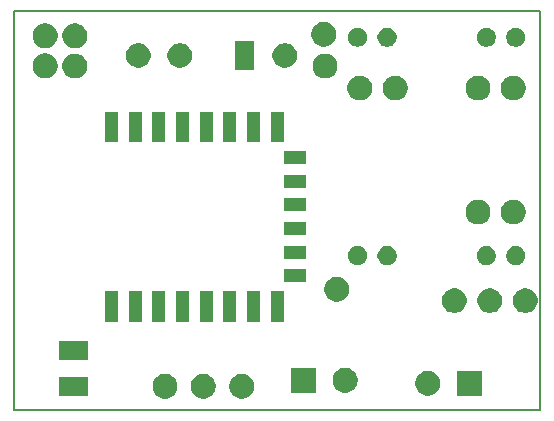
<source format=gbr>
%TF.GenerationSoftware,KiCad,Pcbnew,5.1.2-f72e74a~84~ubuntu18.04.1*%
%TF.CreationDate,2019-05-18T14:46:29+02:00*%
%TF.ProjectId,rgbww-micro-board,72676277-772d-46d6-9963-726f2d626f61,rev?*%
%TF.SameCoordinates,PXb903480PY55d4a80*%
%TF.FileFunction,Soldermask,Top*%
%TF.FilePolarity,Negative*%
%FSLAX46Y46*%
G04 Gerber Fmt 4.6, Leading zero omitted, Abs format (unit mm)*
G04 Created by KiCad (PCBNEW 5.1.2-f72e74a~84~ubuntu18.04.1) date 2019-05-18 14:46:29*
%MOMM*%
%LPD*%
G04 APERTURE LIST*
%ADD10C,0.200000*%
%ADD11C,0.100000*%
G04 APERTURE END LIST*
D10*
X44500000Y33750000D02*
X0Y33750000D01*
X44500000Y0D02*
X44500000Y33750000D01*
X0Y0D02*
X44500000Y0D01*
X0Y33750000D02*
X0Y0D01*
D11*
G36*
X13056416Y3010121D02*
G01*
X13247592Y2930933D01*
X13247594Y2930932D01*
X13263995Y2919973D01*
X13419648Y2815969D01*
X13565969Y2669648D01*
X13680933Y2497592D01*
X13760121Y2306416D01*
X13800490Y2103466D01*
X13800490Y1896534D01*
X13760121Y1693584D01*
X13713084Y1580027D01*
X13680932Y1502406D01*
X13565969Y1330352D01*
X13419648Y1184031D01*
X13247594Y1069068D01*
X13247593Y1069067D01*
X13247592Y1069067D01*
X13056416Y989879D01*
X12853466Y949510D01*
X12646534Y949510D01*
X12443584Y989879D01*
X12252408Y1069067D01*
X12252407Y1069067D01*
X12252406Y1069068D01*
X12080352Y1184031D01*
X11934031Y1330352D01*
X11819068Y1502406D01*
X11786916Y1580027D01*
X11739879Y1693584D01*
X11699510Y1896534D01*
X11699510Y2103466D01*
X11739879Y2306416D01*
X11819067Y2497592D01*
X11934031Y2669648D01*
X12080352Y2815969D01*
X12236005Y2919973D01*
X12252406Y2930932D01*
X12252408Y2930933D01*
X12443584Y3010121D01*
X12646534Y3050490D01*
X12853466Y3050490D01*
X13056416Y3010121D01*
X13056416Y3010121D01*
G37*
G36*
X16306416Y3010121D02*
G01*
X16497592Y2930933D01*
X16497594Y2930932D01*
X16513995Y2919973D01*
X16669648Y2815969D01*
X16815969Y2669648D01*
X16930933Y2497592D01*
X17010121Y2306416D01*
X17050490Y2103466D01*
X17050490Y1896534D01*
X17010121Y1693584D01*
X16963084Y1580027D01*
X16930932Y1502406D01*
X16815969Y1330352D01*
X16669648Y1184031D01*
X16497594Y1069068D01*
X16497593Y1069067D01*
X16497592Y1069067D01*
X16306416Y989879D01*
X16103466Y949510D01*
X15896534Y949510D01*
X15693584Y989879D01*
X15502408Y1069067D01*
X15502407Y1069067D01*
X15502406Y1069068D01*
X15330352Y1184031D01*
X15184031Y1330352D01*
X15069068Y1502406D01*
X15036916Y1580027D01*
X14989879Y1693584D01*
X14949510Y1896534D01*
X14949510Y2103466D01*
X14989879Y2306416D01*
X15069067Y2497592D01*
X15184031Y2669648D01*
X15330352Y2815969D01*
X15486005Y2919973D01*
X15502406Y2930932D01*
X15502408Y2930933D01*
X15693584Y3010121D01*
X15896534Y3050490D01*
X16103466Y3050490D01*
X16306416Y3010121D01*
X16306416Y3010121D01*
G37*
G36*
X19556416Y3010121D02*
G01*
X19747592Y2930933D01*
X19747594Y2930932D01*
X19763995Y2919973D01*
X19919648Y2815969D01*
X20065969Y2669648D01*
X20180933Y2497592D01*
X20260121Y2306416D01*
X20300490Y2103466D01*
X20300490Y1896534D01*
X20260121Y1693584D01*
X20213084Y1580027D01*
X20180932Y1502406D01*
X20065969Y1330352D01*
X19919648Y1184031D01*
X19747594Y1069068D01*
X19747593Y1069067D01*
X19747592Y1069067D01*
X19556416Y989879D01*
X19353466Y949510D01*
X19146534Y949510D01*
X18943584Y989879D01*
X18752408Y1069067D01*
X18752407Y1069067D01*
X18752406Y1069068D01*
X18580352Y1184031D01*
X18434031Y1330352D01*
X18319068Y1502406D01*
X18286916Y1580027D01*
X18239879Y1693584D01*
X18199510Y1896534D01*
X18199510Y2103466D01*
X18239879Y2306416D01*
X18319067Y2497592D01*
X18434031Y2669648D01*
X18580352Y2815969D01*
X18736005Y2919973D01*
X18752406Y2930932D01*
X18752408Y2930933D01*
X18943584Y3010121D01*
X19146534Y3050490D01*
X19353466Y3050490D01*
X19556416Y3010121D01*
X19556416Y3010121D01*
G37*
G36*
X6201000Y1199000D02*
G01*
X3799000Y1199000D01*
X3799000Y2801000D01*
X6201000Y2801000D01*
X6201000Y1199000D01*
X6201000Y1199000D01*
G37*
G36*
X39551000Y1199000D02*
G01*
X37449000Y1199000D01*
X37449000Y3301000D01*
X39551000Y3301000D01*
X39551000Y1199000D01*
X39551000Y1199000D01*
G37*
G36*
X35306564Y3260611D02*
G01*
X35497833Y3181385D01*
X35497835Y3181384D01*
X35669973Y3066365D01*
X35816365Y2919973D01*
X35892143Y2806564D01*
X35931385Y2747833D01*
X36010611Y2556564D01*
X36051000Y2353516D01*
X36051000Y2146484D01*
X36010611Y1943436D01*
X35931385Y1752167D01*
X35931384Y1752165D01*
X35816365Y1580027D01*
X35669973Y1433635D01*
X35497835Y1318616D01*
X35497834Y1318615D01*
X35497833Y1318615D01*
X35306564Y1239389D01*
X35103516Y1199000D01*
X34896484Y1199000D01*
X34693436Y1239389D01*
X34502167Y1318615D01*
X34502166Y1318615D01*
X34502165Y1318616D01*
X34330027Y1433635D01*
X34183635Y1580027D01*
X34068616Y1752165D01*
X34068615Y1752167D01*
X33989389Y1943436D01*
X33949000Y2146484D01*
X33949000Y2353516D01*
X33989389Y2556564D01*
X34068615Y2747833D01*
X34107858Y2806564D01*
X34183635Y2919973D01*
X34330027Y3066365D01*
X34502165Y3181384D01*
X34502167Y3181385D01*
X34693436Y3260611D01*
X34896484Y3301000D01*
X35103516Y3301000D01*
X35306564Y3260611D01*
X35306564Y3260611D01*
G37*
G36*
X25551000Y1449000D02*
G01*
X23449000Y1449000D01*
X23449000Y3551000D01*
X25551000Y3551000D01*
X25551000Y1449000D01*
X25551000Y1449000D01*
G37*
G36*
X28306564Y3510611D02*
G01*
X28497833Y3431385D01*
X28497835Y3431384D01*
X28669973Y3316365D01*
X28816365Y3169973D01*
X28923175Y3010121D01*
X28931385Y2997833D01*
X29010611Y2806564D01*
X29051000Y2603516D01*
X29051000Y2396484D01*
X29010611Y2193436D01*
X28973344Y2103466D01*
X28931384Y2002165D01*
X28816365Y1830027D01*
X28669973Y1683635D01*
X28497835Y1568616D01*
X28497834Y1568615D01*
X28497833Y1568615D01*
X28306564Y1489389D01*
X28103516Y1449000D01*
X27896484Y1449000D01*
X27693436Y1489389D01*
X27502167Y1568615D01*
X27502166Y1568615D01*
X27502165Y1568616D01*
X27330027Y1683635D01*
X27183635Y1830027D01*
X27068616Y2002165D01*
X27026656Y2103466D01*
X26989389Y2193436D01*
X26949000Y2396484D01*
X26949000Y2603516D01*
X26989389Y2806564D01*
X27068615Y2997833D01*
X27076826Y3010121D01*
X27183635Y3169973D01*
X27330027Y3316365D01*
X27502165Y3431384D01*
X27502167Y3431385D01*
X27693436Y3510611D01*
X27896484Y3551000D01*
X28103516Y3551000D01*
X28306564Y3510611D01*
X28306564Y3510611D01*
G37*
G36*
X6201000Y4199000D02*
G01*
X3799000Y4199000D01*
X3799000Y5801000D01*
X6201000Y5801000D01*
X6201000Y4199000D01*
X6201000Y4199000D01*
G37*
G36*
X10791000Y7439000D02*
G01*
X9689000Y7439000D01*
X9689000Y10041000D01*
X10791000Y10041000D01*
X10791000Y7439000D01*
X10791000Y7439000D01*
G37*
G36*
X8791000Y7439000D02*
G01*
X7689000Y7439000D01*
X7689000Y10041000D01*
X8791000Y10041000D01*
X8791000Y7439000D01*
X8791000Y7439000D01*
G37*
G36*
X12791000Y7439000D02*
G01*
X11689000Y7439000D01*
X11689000Y10041000D01*
X12791000Y10041000D01*
X12791000Y7439000D01*
X12791000Y7439000D01*
G37*
G36*
X16791000Y7439000D02*
G01*
X15689000Y7439000D01*
X15689000Y10041000D01*
X16791000Y10041000D01*
X16791000Y7439000D01*
X16791000Y7439000D01*
G37*
G36*
X18791000Y7439000D02*
G01*
X17689000Y7439000D01*
X17689000Y10041000D01*
X18791000Y10041000D01*
X18791000Y7439000D01*
X18791000Y7439000D01*
G37*
G36*
X20791000Y7439000D02*
G01*
X19689000Y7439000D01*
X19689000Y10041000D01*
X20791000Y10041000D01*
X20791000Y7439000D01*
X20791000Y7439000D01*
G37*
G36*
X22791000Y7439000D02*
G01*
X21689000Y7439000D01*
X21689000Y10041000D01*
X22791000Y10041000D01*
X22791000Y7439000D01*
X22791000Y7439000D01*
G37*
G36*
X14791000Y7439000D02*
G01*
X13689000Y7439000D01*
X13689000Y10041000D01*
X14791000Y10041000D01*
X14791000Y7439000D01*
X14791000Y7439000D01*
G37*
G36*
X43556416Y10260121D02*
G01*
X43747592Y10180933D01*
X43747594Y10180932D01*
X43873901Y10096536D01*
X43919648Y10065969D01*
X44065969Y9919648D01*
X44180933Y9747592D01*
X44260121Y9556416D01*
X44300490Y9353466D01*
X44300490Y9146534D01*
X44260121Y8943584D01*
X44180933Y8752408D01*
X44180932Y8752406D01*
X44065969Y8580352D01*
X43919648Y8434031D01*
X43747594Y8319068D01*
X43747593Y8319067D01*
X43747592Y8319067D01*
X43556416Y8239879D01*
X43353466Y8199510D01*
X43146534Y8199510D01*
X42943584Y8239879D01*
X42752408Y8319067D01*
X42752407Y8319067D01*
X42752406Y8319068D01*
X42580352Y8434031D01*
X42434031Y8580352D01*
X42319068Y8752406D01*
X42319067Y8752408D01*
X42239879Y8943584D01*
X42199510Y9146534D01*
X42199510Y9353466D01*
X42239879Y9556416D01*
X42319067Y9747592D01*
X42434031Y9919648D01*
X42580352Y10065969D01*
X42626099Y10096536D01*
X42752406Y10180932D01*
X42752408Y10180933D01*
X42943584Y10260121D01*
X43146534Y10300490D01*
X43353466Y10300490D01*
X43556416Y10260121D01*
X43556416Y10260121D01*
G37*
G36*
X40556416Y10260121D02*
G01*
X40747592Y10180933D01*
X40747594Y10180932D01*
X40873901Y10096536D01*
X40919648Y10065969D01*
X41065969Y9919648D01*
X41180933Y9747592D01*
X41260121Y9556416D01*
X41300490Y9353466D01*
X41300490Y9146534D01*
X41260121Y8943584D01*
X41180933Y8752408D01*
X41180932Y8752406D01*
X41065969Y8580352D01*
X40919648Y8434031D01*
X40747594Y8319068D01*
X40747593Y8319067D01*
X40747592Y8319067D01*
X40556416Y8239879D01*
X40353466Y8199510D01*
X40146534Y8199510D01*
X39943584Y8239879D01*
X39752408Y8319067D01*
X39752407Y8319067D01*
X39752406Y8319068D01*
X39580352Y8434031D01*
X39434031Y8580352D01*
X39319068Y8752406D01*
X39319067Y8752408D01*
X39239879Y8943584D01*
X39199510Y9146534D01*
X39199510Y9353466D01*
X39239879Y9556416D01*
X39319067Y9747592D01*
X39434031Y9919648D01*
X39580352Y10065969D01*
X39626099Y10096536D01*
X39752406Y10180932D01*
X39752408Y10180933D01*
X39943584Y10260121D01*
X40146534Y10300490D01*
X40353466Y10300490D01*
X40556416Y10260121D01*
X40556416Y10260121D01*
G37*
G36*
X37556416Y10260121D02*
G01*
X37747592Y10180933D01*
X37747594Y10180932D01*
X37873901Y10096536D01*
X37919648Y10065969D01*
X38065969Y9919648D01*
X38180933Y9747592D01*
X38260121Y9556416D01*
X38300490Y9353466D01*
X38300490Y9146534D01*
X38260121Y8943584D01*
X38180933Y8752408D01*
X38180932Y8752406D01*
X38065969Y8580352D01*
X37919648Y8434031D01*
X37747594Y8319068D01*
X37747593Y8319067D01*
X37747592Y8319067D01*
X37556416Y8239879D01*
X37353466Y8199510D01*
X37146534Y8199510D01*
X36943584Y8239879D01*
X36752408Y8319067D01*
X36752407Y8319067D01*
X36752406Y8319068D01*
X36580352Y8434031D01*
X36434031Y8580352D01*
X36319068Y8752406D01*
X36319067Y8752408D01*
X36239879Y8943584D01*
X36199510Y9146534D01*
X36199510Y9353466D01*
X36239879Y9556416D01*
X36319067Y9747592D01*
X36434031Y9919648D01*
X36580352Y10065969D01*
X36626099Y10096536D01*
X36752406Y10180932D01*
X36752408Y10180933D01*
X36943584Y10260121D01*
X37146534Y10300490D01*
X37353466Y10300490D01*
X37556416Y10260121D01*
X37556416Y10260121D01*
G37*
G36*
X27606416Y11210121D02*
G01*
X27797592Y11130933D01*
X27797594Y11130932D01*
X27969648Y11015969D01*
X28115969Y10869648D01*
X28230933Y10697592D01*
X28310121Y10506416D01*
X28350490Y10303466D01*
X28350490Y10096534D01*
X28310121Y9893584D01*
X28249649Y9747592D01*
X28230932Y9702406D01*
X28115969Y9530352D01*
X27969648Y9384031D01*
X27797594Y9269068D01*
X27797593Y9269067D01*
X27797592Y9269067D01*
X27606416Y9189879D01*
X27403466Y9149510D01*
X27196534Y9149510D01*
X26993584Y9189879D01*
X26802408Y9269067D01*
X26802407Y9269067D01*
X26802406Y9269068D01*
X26630352Y9384031D01*
X26484031Y9530352D01*
X26369068Y9702406D01*
X26350351Y9747592D01*
X26289879Y9893584D01*
X26249510Y10096534D01*
X26249510Y10303466D01*
X26289879Y10506416D01*
X26369067Y10697592D01*
X26484031Y10869648D01*
X26630352Y11015969D01*
X26802406Y11130932D01*
X26802408Y11130933D01*
X26993584Y11210121D01*
X27196534Y11250490D01*
X27403466Y11250490D01*
X27606416Y11210121D01*
X27606416Y11210121D01*
G37*
G36*
X24691000Y10789000D02*
G01*
X22789000Y10789000D01*
X22789000Y11891000D01*
X24691000Y11891000D01*
X24691000Y10789000D01*
X24691000Y10789000D01*
G37*
G36*
X31787142Y13831758D02*
G01*
X31935101Y13770471D01*
X32068255Y13681501D01*
X32181501Y13568255D01*
X32270471Y13435101D01*
X32331758Y13287142D01*
X32363000Y13130075D01*
X32363000Y12969925D01*
X32331758Y12812858D01*
X32270471Y12664899D01*
X32181501Y12531745D01*
X32068255Y12418499D01*
X31935101Y12329529D01*
X31787142Y12268242D01*
X31630075Y12237000D01*
X31469925Y12237000D01*
X31312858Y12268242D01*
X31164899Y12329529D01*
X31031745Y12418499D01*
X30918499Y12531745D01*
X30829529Y12664899D01*
X30768242Y12812858D01*
X30737000Y12969925D01*
X30737000Y13130075D01*
X30768242Y13287142D01*
X30829529Y13435101D01*
X30918499Y13568255D01*
X31031745Y13681501D01*
X31164899Y13770471D01*
X31312858Y13831758D01*
X31469925Y13863000D01*
X31630075Y13863000D01*
X31787142Y13831758D01*
X31787142Y13831758D01*
G37*
G36*
X29287142Y13831758D02*
G01*
X29435101Y13770471D01*
X29568255Y13681501D01*
X29681501Y13568255D01*
X29770471Y13435101D01*
X29831758Y13287142D01*
X29863000Y13130075D01*
X29863000Y12969925D01*
X29831758Y12812858D01*
X29770471Y12664899D01*
X29681501Y12531745D01*
X29568255Y12418499D01*
X29435101Y12329529D01*
X29287142Y12268242D01*
X29130075Y12237000D01*
X28969925Y12237000D01*
X28812858Y12268242D01*
X28664899Y12329529D01*
X28531745Y12418499D01*
X28418499Y12531745D01*
X28329529Y12664899D01*
X28268242Y12812858D01*
X28237000Y12969925D01*
X28237000Y13130075D01*
X28268242Y13287142D01*
X28329529Y13435101D01*
X28418499Y13568255D01*
X28531745Y13681501D01*
X28664899Y13770471D01*
X28812858Y13831758D01*
X28969925Y13863000D01*
X29130075Y13863000D01*
X29287142Y13831758D01*
X29287142Y13831758D01*
G37*
G36*
X40187142Y13831758D02*
G01*
X40335101Y13770471D01*
X40468255Y13681501D01*
X40581501Y13568255D01*
X40670471Y13435101D01*
X40731758Y13287142D01*
X40763000Y13130075D01*
X40763000Y12969925D01*
X40731758Y12812858D01*
X40670471Y12664899D01*
X40581501Y12531745D01*
X40468255Y12418499D01*
X40335101Y12329529D01*
X40187142Y12268242D01*
X40030075Y12237000D01*
X39869925Y12237000D01*
X39712858Y12268242D01*
X39564899Y12329529D01*
X39431745Y12418499D01*
X39318499Y12531745D01*
X39229529Y12664899D01*
X39168242Y12812858D01*
X39137000Y12969925D01*
X39137000Y13130075D01*
X39168242Y13287142D01*
X39229529Y13435101D01*
X39318499Y13568255D01*
X39431745Y13681501D01*
X39564899Y13770471D01*
X39712858Y13831758D01*
X39869925Y13863000D01*
X40030075Y13863000D01*
X40187142Y13831758D01*
X40187142Y13831758D01*
G37*
G36*
X42687142Y13831758D02*
G01*
X42835101Y13770471D01*
X42968255Y13681501D01*
X43081501Y13568255D01*
X43170471Y13435101D01*
X43231758Y13287142D01*
X43263000Y13130075D01*
X43263000Y12969925D01*
X43231758Y12812858D01*
X43170471Y12664899D01*
X43081501Y12531745D01*
X42968255Y12418499D01*
X42835101Y12329529D01*
X42687142Y12268242D01*
X42530075Y12237000D01*
X42369925Y12237000D01*
X42212858Y12268242D01*
X42064899Y12329529D01*
X41931745Y12418499D01*
X41818499Y12531745D01*
X41729529Y12664899D01*
X41668242Y12812858D01*
X41637000Y12969925D01*
X41637000Y13130075D01*
X41668242Y13287142D01*
X41729529Y13435101D01*
X41818499Y13568255D01*
X41931745Y13681501D01*
X42064899Y13770471D01*
X42212858Y13831758D01*
X42369925Y13863000D01*
X42530075Y13863000D01*
X42687142Y13831758D01*
X42687142Y13831758D01*
G37*
G36*
X24691000Y12789000D02*
G01*
X22789000Y12789000D01*
X22789000Y13891000D01*
X24691000Y13891000D01*
X24691000Y12789000D01*
X24691000Y12789000D01*
G37*
G36*
X24691000Y14789000D02*
G01*
X22789000Y14789000D01*
X22789000Y15891000D01*
X24691000Y15891000D01*
X24691000Y14789000D01*
X24691000Y14789000D01*
G37*
G36*
X39556416Y17760121D02*
G01*
X39747592Y17680933D01*
X39747594Y17680932D01*
X39919648Y17565969D01*
X40065969Y17419648D01*
X40180933Y17247592D01*
X40260121Y17056416D01*
X40300490Y16853466D01*
X40300490Y16646534D01*
X40260121Y16443584D01*
X40180933Y16252408D01*
X40180932Y16252406D01*
X40065969Y16080352D01*
X39919648Y15934031D01*
X39747594Y15819068D01*
X39747593Y15819067D01*
X39747592Y15819067D01*
X39556416Y15739879D01*
X39353466Y15699510D01*
X39146534Y15699510D01*
X38943584Y15739879D01*
X38752408Y15819067D01*
X38752407Y15819067D01*
X38752406Y15819068D01*
X38580352Y15934031D01*
X38434031Y16080352D01*
X38319068Y16252406D01*
X38319067Y16252408D01*
X38239879Y16443584D01*
X38199510Y16646534D01*
X38199510Y16853466D01*
X38239879Y17056416D01*
X38319067Y17247592D01*
X38434031Y17419648D01*
X38580352Y17565969D01*
X38752406Y17680932D01*
X38752408Y17680933D01*
X38943584Y17760121D01*
X39146534Y17800490D01*
X39353466Y17800490D01*
X39556416Y17760121D01*
X39556416Y17760121D01*
G37*
G36*
X42556416Y17760121D02*
G01*
X42747592Y17680933D01*
X42747594Y17680932D01*
X42919648Y17565969D01*
X43065969Y17419648D01*
X43180933Y17247592D01*
X43260121Y17056416D01*
X43300490Y16853466D01*
X43300490Y16646534D01*
X43260121Y16443584D01*
X43180933Y16252408D01*
X43180932Y16252406D01*
X43065969Y16080352D01*
X42919648Y15934031D01*
X42747594Y15819068D01*
X42747593Y15819067D01*
X42747592Y15819067D01*
X42556416Y15739879D01*
X42353466Y15699510D01*
X42146534Y15699510D01*
X41943584Y15739879D01*
X41752408Y15819067D01*
X41752407Y15819067D01*
X41752406Y15819068D01*
X41580352Y15934031D01*
X41434031Y16080352D01*
X41319068Y16252406D01*
X41319067Y16252408D01*
X41239879Y16443584D01*
X41199510Y16646534D01*
X41199510Y16853466D01*
X41239879Y17056416D01*
X41319067Y17247592D01*
X41434031Y17419648D01*
X41580352Y17565969D01*
X41752406Y17680932D01*
X41752408Y17680933D01*
X41943584Y17760121D01*
X42146534Y17800490D01*
X42353466Y17800490D01*
X42556416Y17760121D01*
X42556416Y17760121D01*
G37*
G36*
X24691000Y16789000D02*
G01*
X22789000Y16789000D01*
X22789000Y17891000D01*
X24691000Y17891000D01*
X24691000Y16789000D01*
X24691000Y16789000D01*
G37*
G36*
X24691000Y18789000D02*
G01*
X22789000Y18789000D01*
X22789000Y19891000D01*
X24691000Y19891000D01*
X24691000Y18789000D01*
X24691000Y18789000D01*
G37*
G36*
X24691000Y20789000D02*
G01*
X22789000Y20789000D01*
X22789000Y21891000D01*
X24691000Y21891000D01*
X24691000Y20789000D01*
X24691000Y20789000D01*
G37*
G36*
X14791000Y22639000D02*
G01*
X13689000Y22639000D01*
X13689000Y25241000D01*
X14791000Y25241000D01*
X14791000Y22639000D01*
X14791000Y22639000D01*
G37*
G36*
X8791000Y22639000D02*
G01*
X7689000Y22639000D01*
X7689000Y25241000D01*
X8791000Y25241000D01*
X8791000Y22639000D01*
X8791000Y22639000D01*
G37*
G36*
X10791000Y22639000D02*
G01*
X9689000Y22639000D01*
X9689000Y25241000D01*
X10791000Y25241000D01*
X10791000Y22639000D01*
X10791000Y22639000D01*
G37*
G36*
X12791000Y22639000D02*
G01*
X11689000Y22639000D01*
X11689000Y25241000D01*
X12791000Y25241000D01*
X12791000Y22639000D01*
X12791000Y22639000D01*
G37*
G36*
X16791000Y22639000D02*
G01*
X15689000Y22639000D01*
X15689000Y25241000D01*
X16791000Y25241000D01*
X16791000Y22639000D01*
X16791000Y22639000D01*
G37*
G36*
X18791000Y22639000D02*
G01*
X17689000Y22639000D01*
X17689000Y25241000D01*
X18791000Y25241000D01*
X18791000Y22639000D01*
X18791000Y22639000D01*
G37*
G36*
X20791000Y22639000D02*
G01*
X19689000Y22639000D01*
X19689000Y25241000D01*
X20791000Y25241000D01*
X20791000Y22639000D01*
X20791000Y22639000D01*
G37*
G36*
X22791000Y22639000D02*
G01*
X21689000Y22639000D01*
X21689000Y25241000D01*
X22791000Y25241000D01*
X22791000Y22639000D01*
X22791000Y22639000D01*
G37*
G36*
X29556416Y28260121D02*
G01*
X29747592Y28180933D01*
X29747594Y28180932D01*
X29853932Y28109879D01*
X29919648Y28065969D01*
X30065969Y27919648D01*
X30180933Y27747592D01*
X30260121Y27556416D01*
X30300490Y27353466D01*
X30300490Y27146534D01*
X30260121Y26943584D01*
X30180933Y26752408D01*
X30180932Y26752406D01*
X30065969Y26580352D01*
X29919648Y26434031D01*
X29747594Y26319068D01*
X29747593Y26319067D01*
X29747592Y26319067D01*
X29556416Y26239879D01*
X29353466Y26199510D01*
X29146534Y26199510D01*
X28943584Y26239879D01*
X28752408Y26319067D01*
X28752407Y26319067D01*
X28752406Y26319068D01*
X28580352Y26434031D01*
X28434031Y26580352D01*
X28319068Y26752406D01*
X28319067Y26752408D01*
X28239879Y26943584D01*
X28199510Y27146534D01*
X28199510Y27353466D01*
X28239879Y27556416D01*
X28319067Y27747592D01*
X28434031Y27919648D01*
X28580352Y28065969D01*
X28646068Y28109879D01*
X28752406Y28180932D01*
X28752408Y28180933D01*
X28943584Y28260121D01*
X29146534Y28300490D01*
X29353466Y28300490D01*
X29556416Y28260121D01*
X29556416Y28260121D01*
G37*
G36*
X32556416Y28260121D02*
G01*
X32747592Y28180933D01*
X32747594Y28180932D01*
X32853932Y28109879D01*
X32919648Y28065969D01*
X33065969Y27919648D01*
X33180933Y27747592D01*
X33260121Y27556416D01*
X33300490Y27353466D01*
X33300490Y27146534D01*
X33260121Y26943584D01*
X33180933Y26752408D01*
X33180932Y26752406D01*
X33065969Y26580352D01*
X32919648Y26434031D01*
X32747594Y26319068D01*
X32747593Y26319067D01*
X32747592Y26319067D01*
X32556416Y26239879D01*
X32353466Y26199510D01*
X32146534Y26199510D01*
X31943584Y26239879D01*
X31752408Y26319067D01*
X31752407Y26319067D01*
X31752406Y26319068D01*
X31580352Y26434031D01*
X31434031Y26580352D01*
X31319068Y26752406D01*
X31319067Y26752408D01*
X31239879Y26943584D01*
X31199510Y27146534D01*
X31199510Y27353466D01*
X31239879Y27556416D01*
X31319067Y27747592D01*
X31434031Y27919648D01*
X31580352Y28065969D01*
X31646068Y28109879D01*
X31752406Y28180932D01*
X31752408Y28180933D01*
X31943584Y28260121D01*
X32146534Y28300490D01*
X32353466Y28300490D01*
X32556416Y28260121D01*
X32556416Y28260121D01*
G37*
G36*
X39556416Y28260121D02*
G01*
X39747592Y28180933D01*
X39747594Y28180932D01*
X39853932Y28109879D01*
X39919648Y28065969D01*
X40065969Y27919648D01*
X40180933Y27747592D01*
X40260121Y27556416D01*
X40300490Y27353466D01*
X40300490Y27146534D01*
X40260121Y26943584D01*
X40180933Y26752408D01*
X40180932Y26752406D01*
X40065969Y26580352D01*
X39919648Y26434031D01*
X39747594Y26319068D01*
X39747593Y26319067D01*
X39747592Y26319067D01*
X39556416Y26239879D01*
X39353466Y26199510D01*
X39146534Y26199510D01*
X38943584Y26239879D01*
X38752408Y26319067D01*
X38752407Y26319067D01*
X38752406Y26319068D01*
X38580352Y26434031D01*
X38434031Y26580352D01*
X38319068Y26752406D01*
X38319067Y26752408D01*
X38239879Y26943584D01*
X38199510Y27146534D01*
X38199510Y27353466D01*
X38239879Y27556416D01*
X38319067Y27747592D01*
X38434031Y27919648D01*
X38580352Y28065969D01*
X38646068Y28109879D01*
X38752406Y28180932D01*
X38752408Y28180933D01*
X38943584Y28260121D01*
X39146534Y28300490D01*
X39353466Y28300490D01*
X39556416Y28260121D01*
X39556416Y28260121D01*
G37*
G36*
X42556416Y28260121D02*
G01*
X42747592Y28180933D01*
X42747594Y28180932D01*
X42853932Y28109879D01*
X42919648Y28065969D01*
X43065969Y27919648D01*
X43180933Y27747592D01*
X43260121Y27556416D01*
X43300490Y27353466D01*
X43300490Y27146534D01*
X43260121Y26943584D01*
X43180933Y26752408D01*
X43180932Y26752406D01*
X43065969Y26580352D01*
X42919648Y26434031D01*
X42747594Y26319068D01*
X42747593Y26319067D01*
X42747592Y26319067D01*
X42556416Y26239879D01*
X42353466Y26199510D01*
X42146534Y26199510D01*
X41943584Y26239879D01*
X41752408Y26319067D01*
X41752407Y26319067D01*
X41752406Y26319068D01*
X41580352Y26434031D01*
X41434031Y26580352D01*
X41319068Y26752406D01*
X41319067Y26752408D01*
X41239879Y26943584D01*
X41199510Y27146534D01*
X41199510Y27353466D01*
X41239879Y27556416D01*
X41319067Y27747592D01*
X41434031Y27919648D01*
X41580352Y28065969D01*
X41646068Y28109879D01*
X41752406Y28180932D01*
X41752408Y28180933D01*
X41943584Y28260121D01*
X42146534Y28300490D01*
X42353466Y28300490D01*
X42556416Y28260121D01*
X42556416Y28260121D01*
G37*
G36*
X26606416Y30110121D02*
G01*
X26773452Y30040932D01*
X26797594Y30030932D01*
X26969648Y29915969D01*
X27115969Y29769648D01*
X27224252Y29607592D01*
X27230933Y29597592D01*
X27310121Y29406416D01*
X27350490Y29203466D01*
X27350490Y28996534D01*
X27310121Y28793584D01*
X27239217Y28622408D01*
X27230932Y28602406D01*
X27115969Y28430352D01*
X26969648Y28284031D01*
X26797594Y28169068D01*
X26797593Y28169067D01*
X26797592Y28169067D01*
X26606416Y28089879D01*
X26403466Y28049510D01*
X26196534Y28049510D01*
X25993584Y28089879D01*
X25802408Y28169067D01*
X25802407Y28169067D01*
X25802406Y28169068D01*
X25630352Y28284031D01*
X25484031Y28430352D01*
X25369068Y28602406D01*
X25360783Y28622408D01*
X25289879Y28793584D01*
X25249510Y28996534D01*
X25249510Y29203466D01*
X25289879Y29406416D01*
X25369067Y29597592D01*
X25375749Y29607592D01*
X25484031Y29769648D01*
X25630352Y29915969D01*
X25802406Y30030932D01*
X25826548Y30040932D01*
X25993584Y30110121D01*
X26196534Y30150490D01*
X26403466Y30150490D01*
X26606416Y30110121D01*
X26606416Y30110121D01*
G37*
G36*
X5426416Y30120121D02*
G01*
X5593452Y30050932D01*
X5617594Y30040932D01*
X5789648Y29925969D01*
X5935969Y29779648D01*
X6044252Y29617592D01*
X6050933Y29607592D01*
X6130121Y29416416D01*
X6170490Y29213466D01*
X6170490Y29006534D01*
X6130121Y28803584D01*
X6125978Y28793583D01*
X6050932Y28612406D01*
X5935969Y28440352D01*
X5789648Y28294031D01*
X5617594Y28179068D01*
X5617593Y28179067D01*
X5617592Y28179067D01*
X5426416Y28099879D01*
X5223466Y28059510D01*
X5016534Y28059510D01*
X4813584Y28099879D01*
X4622408Y28179067D01*
X4622407Y28179067D01*
X4622406Y28179068D01*
X4450352Y28294031D01*
X4304031Y28440352D01*
X4189068Y28612406D01*
X4114022Y28793583D01*
X4109879Y28803584D01*
X4069510Y29006534D01*
X4069510Y29213466D01*
X4109879Y29416416D01*
X4189067Y29607592D01*
X4195749Y29617592D01*
X4304031Y29779648D01*
X4450352Y29925969D01*
X4622406Y30040932D01*
X4646548Y30050932D01*
X4813584Y30120121D01*
X5016534Y30160490D01*
X5223466Y30160490D01*
X5426416Y30120121D01*
X5426416Y30120121D01*
G37*
G36*
X2906416Y30130121D02*
G01*
X3097592Y30050933D01*
X3097594Y30050932D01*
X3127526Y30030932D01*
X3269648Y29935969D01*
X3415969Y29789648D01*
X3530933Y29617592D01*
X3610121Y29426416D01*
X3650490Y29223466D01*
X3650490Y29016534D01*
X3610121Y28813584D01*
X3601836Y28793583D01*
X3530932Y28622406D01*
X3415969Y28450352D01*
X3269648Y28304031D01*
X3097594Y28189068D01*
X3097593Y28189067D01*
X3097592Y28189067D01*
X2906416Y28109879D01*
X2703466Y28069510D01*
X2496534Y28069510D01*
X2293584Y28109879D01*
X2102408Y28189067D01*
X2102407Y28189067D01*
X2102406Y28189068D01*
X1930352Y28304031D01*
X1784031Y28450352D01*
X1669068Y28622406D01*
X1598164Y28793583D01*
X1589879Y28813584D01*
X1549510Y29016534D01*
X1549510Y29223466D01*
X1589879Y29426416D01*
X1669067Y29617592D01*
X1784031Y29789648D01*
X1930352Y29935969D01*
X2072474Y30030932D01*
X2102406Y30050932D01*
X2102408Y30050933D01*
X2293584Y30130121D01*
X2496534Y30170490D01*
X2703466Y30170490D01*
X2906416Y30130121D01*
X2906416Y30130121D01*
G37*
G36*
X20301000Y28799000D02*
G01*
X18699000Y28799000D01*
X18699000Y31201000D01*
X20301000Y31201000D01*
X20301000Y28799000D01*
X20301000Y28799000D01*
G37*
G36*
X23206416Y31010121D02*
G01*
X23397592Y30930933D01*
X23397594Y30930932D01*
X23416198Y30918501D01*
X23569648Y30815969D01*
X23715969Y30669648D01*
X23830933Y30497592D01*
X23910121Y30306416D01*
X23950490Y30103466D01*
X23950490Y29896534D01*
X23910121Y29693584D01*
X23830933Y29502408D01*
X23830932Y29502406D01*
X23715969Y29330352D01*
X23569648Y29184031D01*
X23397594Y29069068D01*
X23397593Y29069067D01*
X23397592Y29069067D01*
X23206416Y28989879D01*
X23003466Y28949510D01*
X22796534Y28949510D01*
X22593584Y28989879D01*
X22402408Y29069067D01*
X22402407Y29069067D01*
X22402406Y29069068D01*
X22230352Y29184031D01*
X22084031Y29330352D01*
X21969068Y29502406D01*
X21969067Y29502408D01*
X21889879Y29693584D01*
X21849510Y29896534D01*
X21849510Y30103466D01*
X21889879Y30306416D01*
X21969067Y30497592D01*
X22084031Y30669648D01*
X22230352Y30815969D01*
X22383802Y30918501D01*
X22402406Y30930932D01*
X22402408Y30930933D01*
X22593584Y31010121D01*
X22796534Y31050490D01*
X23003466Y31050490D01*
X23206416Y31010121D01*
X23206416Y31010121D01*
G37*
G36*
X14306416Y31010121D02*
G01*
X14497592Y30930933D01*
X14497594Y30930932D01*
X14516198Y30918501D01*
X14669648Y30815969D01*
X14815969Y30669648D01*
X14930933Y30497592D01*
X15010121Y30306416D01*
X15050490Y30103466D01*
X15050490Y29896534D01*
X15010121Y29693584D01*
X14930933Y29502408D01*
X14930932Y29502406D01*
X14815969Y29330352D01*
X14669648Y29184031D01*
X14497594Y29069068D01*
X14497593Y29069067D01*
X14497592Y29069067D01*
X14306416Y28989879D01*
X14103466Y28949510D01*
X13896534Y28949510D01*
X13693584Y28989879D01*
X13502408Y29069067D01*
X13502407Y29069067D01*
X13502406Y29069068D01*
X13330352Y29184031D01*
X13184031Y29330352D01*
X13069068Y29502406D01*
X13069067Y29502408D01*
X12989879Y29693584D01*
X12949510Y29896534D01*
X12949510Y30103466D01*
X12989879Y30306416D01*
X13069067Y30497592D01*
X13184031Y30669648D01*
X13330352Y30815969D01*
X13483802Y30918501D01*
X13502406Y30930932D01*
X13502408Y30930933D01*
X13693584Y31010121D01*
X13896534Y31050490D01*
X14103466Y31050490D01*
X14306416Y31010121D01*
X14306416Y31010121D01*
G37*
G36*
X10806416Y31010121D02*
G01*
X10997592Y30930933D01*
X10997594Y30930932D01*
X11016198Y30918501D01*
X11169648Y30815969D01*
X11315969Y30669648D01*
X11430933Y30497592D01*
X11510121Y30306416D01*
X11550490Y30103466D01*
X11550490Y29896534D01*
X11510121Y29693584D01*
X11430933Y29502408D01*
X11430932Y29502406D01*
X11315969Y29330352D01*
X11169648Y29184031D01*
X10997594Y29069068D01*
X10997593Y29069067D01*
X10997592Y29069067D01*
X10806416Y28989879D01*
X10603466Y28949510D01*
X10396534Y28949510D01*
X10193584Y28989879D01*
X10002408Y29069067D01*
X10002407Y29069067D01*
X10002406Y29069068D01*
X9830352Y29184031D01*
X9684031Y29330352D01*
X9569068Y29502406D01*
X9569067Y29502408D01*
X9489879Y29693584D01*
X9449510Y29896534D01*
X9449510Y30103466D01*
X9489879Y30306416D01*
X9569067Y30497592D01*
X9684031Y30669648D01*
X9830352Y30815969D01*
X9983802Y30918501D01*
X10002406Y30930932D01*
X10002408Y30930933D01*
X10193584Y31010121D01*
X10396534Y31050490D01*
X10603466Y31050490D01*
X10806416Y31010121D01*
X10806416Y31010121D01*
G37*
G36*
X5426416Y32680121D02*
G01*
X5593452Y32610932D01*
X5617594Y32600932D01*
X5789648Y32485969D01*
X5935969Y32339648D01*
X6044252Y32177592D01*
X6050933Y32167592D01*
X6130121Y31976416D01*
X6170490Y31773466D01*
X6170490Y31566534D01*
X6130121Y31363584D01*
X6109109Y31312857D01*
X6050932Y31172406D01*
X5935969Y31000352D01*
X5789648Y30854031D01*
X5617594Y30739068D01*
X5617593Y30739067D01*
X5617592Y30739067D01*
X5426416Y30659879D01*
X5223466Y30619510D01*
X5016534Y30619510D01*
X4813584Y30659879D01*
X4622408Y30739067D01*
X4622407Y30739067D01*
X4622406Y30739068D01*
X4450352Y30854031D01*
X4304031Y31000352D01*
X4189068Y31172406D01*
X4130891Y31312857D01*
X4109879Y31363584D01*
X4069510Y31566534D01*
X4069510Y31773466D01*
X4109879Y31976416D01*
X4189067Y32167592D01*
X4195749Y32177592D01*
X4304031Y32339648D01*
X4450352Y32485969D01*
X4622406Y32600932D01*
X4646548Y32610932D01*
X4813584Y32680121D01*
X5016534Y32720490D01*
X5223466Y32720490D01*
X5426416Y32680121D01*
X5426416Y32680121D01*
G37*
G36*
X2906416Y32690121D02*
G01*
X3085434Y32615969D01*
X3097594Y32610932D01*
X3269648Y32495969D01*
X3415969Y32349648D01*
X3528323Y32181499D01*
X3530933Y32177592D01*
X3610121Y31986416D01*
X3650490Y31783466D01*
X3650490Y31576534D01*
X3610121Y31373584D01*
X3580638Y31302406D01*
X3530932Y31182406D01*
X3415969Y31010352D01*
X3269648Y30864031D01*
X3097594Y30749068D01*
X3097593Y30749067D01*
X3097592Y30749067D01*
X2906416Y30669879D01*
X2703466Y30629510D01*
X2496534Y30629510D01*
X2293584Y30669879D01*
X2102408Y30749067D01*
X2102407Y30749067D01*
X2102406Y30749068D01*
X1930352Y30864031D01*
X1784031Y31010352D01*
X1669068Y31182406D01*
X1619362Y31302406D01*
X1589879Y31373584D01*
X1549510Y31576534D01*
X1549510Y31783466D01*
X1589879Y31986416D01*
X1669067Y32177592D01*
X1671678Y32181499D01*
X1784031Y32349648D01*
X1930352Y32495969D01*
X2102406Y32610932D01*
X2114566Y32615969D01*
X2293584Y32690121D01*
X2496534Y32730490D01*
X2703466Y32730490D01*
X2906416Y32690121D01*
X2906416Y32690121D01*
G37*
G36*
X42687142Y32331758D02*
G01*
X42835101Y32270471D01*
X42968255Y32181501D01*
X43081501Y32068255D01*
X43170471Y31935101D01*
X43231758Y31787142D01*
X43263000Y31630075D01*
X43263000Y31469925D01*
X43231758Y31312858D01*
X43170471Y31164899D01*
X43081501Y31031745D01*
X42968255Y30918499D01*
X42835101Y30829529D01*
X42687142Y30768242D01*
X42530075Y30737000D01*
X42369925Y30737000D01*
X42212858Y30768242D01*
X42064899Y30829529D01*
X41931745Y30918499D01*
X41818499Y31031745D01*
X41729529Y31164899D01*
X41668242Y31312858D01*
X41637000Y31469925D01*
X41637000Y31630075D01*
X41668242Y31787142D01*
X41729529Y31935101D01*
X41818499Y32068255D01*
X41931745Y32181501D01*
X42064899Y32270471D01*
X42212858Y32331758D01*
X42369925Y32363000D01*
X42530075Y32363000D01*
X42687142Y32331758D01*
X42687142Y32331758D01*
G37*
G36*
X40187142Y32331758D02*
G01*
X40335101Y32270471D01*
X40468255Y32181501D01*
X40581501Y32068255D01*
X40670471Y31935101D01*
X40731758Y31787142D01*
X40763000Y31630075D01*
X40763000Y31469925D01*
X40731758Y31312858D01*
X40670471Y31164899D01*
X40581501Y31031745D01*
X40468255Y30918499D01*
X40335101Y30829529D01*
X40187142Y30768242D01*
X40030075Y30737000D01*
X39869925Y30737000D01*
X39712858Y30768242D01*
X39564899Y30829529D01*
X39431745Y30918499D01*
X39318499Y31031745D01*
X39229529Y31164899D01*
X39168242Y31312858D01*
X39137000Y31469925D01*
X39137000Y31630075D01*
X39168242Y31787142D01*
X39229529Y31935101D01*
X39318499Y32068255D01*
X39431745Y32181501D01*
X39564899Y32270471D01*
X39712858Y32331758D01*
X39869925Y32363000D01*
X40030075Y32363000D01*
X40187142Y32331758D01*
X40187142Y32331758D01*
G37*
G36*
X31787142Y32331758D02*
G01*
X31935101Y32270471D01*
X32068255Y32181501D01*
X32181501Y32068255D01*
X32270471Y31935101D01*
X32331758Y31787142D01*
X32363000Y31630075D01*
X32363000Y31469925D01*
X32331758Y31312858D01*
X32270471Y31164899D01*
X32181501Y31031745D01*
X32068255Y30918499D01*
X31935101Y30829529D01*
X31787142Y30768242D01*
X31630075Y30737000D01*
X31469925Y30737000D01*
X31312858Y30768242D01*
X31164899Y30829529D01*
X31031745Y30918499D01*
X30918499Y31031745D01*
X30829529Y31164899D01*
X30768242Y31312858D01*
X30737000Y31469925D01*
X30737000Y31630075D01*
X30768242Y31787142D01*
X30829529Y31935101D01*
X30918499Y32068255D01*
X31031745Y32181501D01*
X31164899Y32270471D01*
X31312858Y32331758D01*
X31469925Y32363000D01*
X31630075Y32363000D01*
X31787142Y32331758D01*
X31787142Y32331758D01*
G37*
G36*
X29287142Y32331758D02*
G01*
X29435101Y32270471D01*
X29568255Y32181501D01*
X29681501Y32068255D01*
X29770471Y31935101D01*
X29831758Y31787142D01*
X29863000Y31630075D01*
X29863000Y31469925D01*
X29831758Y31312858D01*
X29770471Y31164899D01*
X29681501Y31031745D01*
X29568255Y30918499D01*
X29435101Y30829529D01*
X29287142Y30768242D01*
X29130075Y30737000D01*
X28969925Y30737000D01*
X28812858Y30768242D01*
X28664899Y30829529D01*
X28531745Y30918499D01*
X28418499Y31031745D01*
X28329529Y31164899D01*
X28268242Y31312858D01*
X28237000Y31469925D01*
X28237000Y31630075D01*
X28268242Y31787142D01*
X28329529Y31935101D01*
X28418499Y32068255D01*
X28531745Y32181501D01*
X28664899Y32270471D01*
X28812858Y32331758D01*
X28969925Y32363000D01*
X29130075Y32363000D01*
X29287142Y32331758D01*
X29287142Y32331758D01*
G37*
G36*
X26506416Y32810121D02*
G01*
X26697592Y32730933D01*
X26697594Y32730932D01*
X26869648Y32615969D01*
X27015969Y32469648D01*
X27096151Y32349648D01*
X27130933Y32297592D01*
X27210121Y32106416D01*
X27250490Y31903466D01*
X27250490Y31696534D01*
X27210121Y31493584D01*
X27135261Y31312857D01*
X27130932Y31302406D01*
X27015969Y31130352D01*
X26869648Y30984031D01*
X26697594Y30869068D01*
X26697593Y30869067D01*
X26697592Y30869067D01*
X26506416Y30789879D01*
X26303466Y30749510D01*
X26096534Y30749510D01*
X25893584Y30789879D01*
X25702408Y30869067D01*
X25702407Y30869067D01*
X25702406Y30869068D01*
X25530352Y30984031D01*
X25384031Y31130352D01*
X25269068Y31302406D01*
X25264739Y31312857D01*
X25189879Y31493584D01*
X25149510Y31696534D01*
X25149510Y31903466D01*
X25189879Y32106416D01*
X25269067Y32297592D01*
X25303850Y32349648D01*
X25384031Y32469648D01*
X25530352Y32615969D01*
X25702406Y32730932D01*
X25702408Y32730933D01*
X25893584Y32810121D01*
X26096534Y32850490D01*
X26303466Y32850490D01*
X26506416Y32810121D01*
X26506416Y32810121D01*
G37*
M02*

</source>
